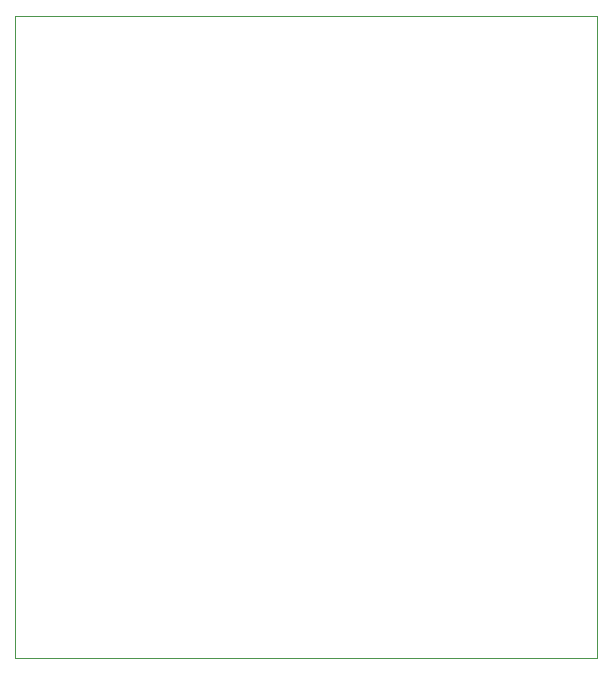
<source format=gbr>
%TF.GenerationSoftware,KiCad,Pcbnew,8.0.5-8.0.5-0~ubuntu24.04.1*%
%TF.CreationDate,2024-09-16T22:52:31+02:00*%
%TF.ProjectId,fx3_tn20k_adapter,6678335f-746e-4323-906b-5f6164617074,0.0.1*%
%TF.SameCoordinates,Original*%
%TF.FileFunction,Profile,NP*%
%FSLAX46Y46*%
G04 Gerber Fmt 4.6, Leading zero omitted, Abs format (unit mm)*
G04 Created by KiCad (PCBNEW 8.0.5-8.0.5-0~ubuntu24.04.1) date 2024-09-16 22:52:31*
%MOMM*%
%LPD*%
G01*
G04 APERTURE LIST*
%TA.AperFunction,Profile*%
%ADD10C,0.100000*%
%TD*%
G04 APERTURE END LIST*
D10*
X157480000Y-122936000D02*
X157480000Y-68580000D01*
X206756000Y-122936000D02*
X206756000Y-68580000D01*
X157480000Y-122936000D02*
X206756000Y-122936000D01*
X206756000Y-68580000D02*
X157480000Y-68580000D01*
M02*

</source>
